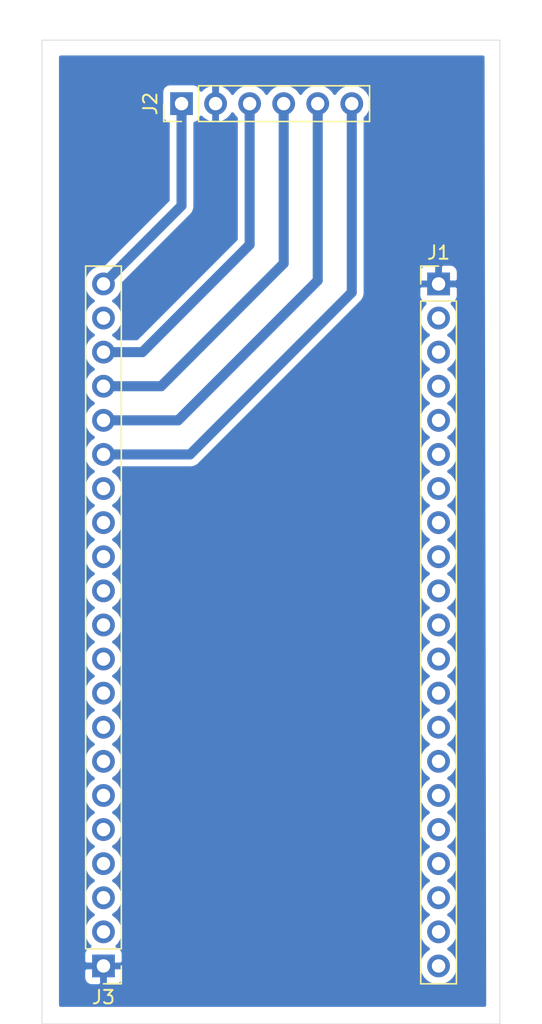
<source format=kicad_pcb>
(kicad_pcb (version 20171130) (host pcbnew 5.1.9-73d0e3b20d~88~ubuntu20.04.1)

  (general
    (thickness 1.6)
    (drawings 5)
    (tracks 15)
    (zones 0)
    (modules 3)
    (nets 7)
  )

  (page A4)
  (layers
    (0 F.Cu signal)
    (31 B.Cu signal)
    (32 B.Adhes user)
    (33 F.Adhes user)
    (34 B.Paste user)
    (35 F.Paste user)
    (36 B.SilkS user)
    (37 F.SilkS user)
    (38 B.Mask user)
    (39 F.Mask user)
    (40 Dwgs.User user)
    (41 Cmts.User user)
    (42 Eco1.User user)
    (43 Eco2.User user)
    (44 Edge.Cuts user)
    (45 Margin user)
    (46 B.CrtYd user)
    (47 F.CrtYd user)
    (48 B.Fab user)
    (49 F.Fab user)
  )

  (setup
    (last_trace_width 0.25)
    (user_trace_width 0.75)
    (trace_clearance 0.2)
    (zone_clearance 0.508)
    (zone_45_only no)
    (trace_min 0.2)
    (via_size 0.8)
    (via_drill 0.4)
    (via_min_size 0.4)
    (via_min_drill 0.3)
    (uvia_size 0.3)
    (uvia_drill 0.1)
    (uvias_allowed no)
    (uvia_min_size 0.2)
    (uvia_min_drill 0.1)
    (edge_width 0.05)
    (segment_width 0.2)
    (pcb_text_width 0.3)
    (pcb_text_size 1.5 1.5)
    (mod_edge_width 0.12)
    (mod_text_size 1 1)
    (mod_text_width 0.15)
    (pad_size 1.524 1.524)
    (pad_drill 0.762)
    (pad_to_mask_clearance 0)
    (aux_axis_origin 105.41 123.063)
    (visible_elements FFFFFF7F)
    (pcbplotparams
      (layerselection 0x01000_ffffffff)
      (usegerberextensions false)
      (usegerberattributes true)
      (usegerberadvancedattributes true)
      (creategerberjobfile true)
      (excludeedgelayer true)
      (linewidth 0.100000)
      (plotframeref false)
      (viasonmask false)
      (mode 1)
      (useauxorigin true)
      (hpglpennumber 1)
      (hpglpenspeed 20)
      (hpglpendiameter 15.000000)
      (psnegative false)
      (psa4output false)
      (plotreference false)
      (plotvalue false)
      (plotinvisibletext false)
      (padsonsilk false)
      (subtractmaskfromsilk false)
      (outputformat 1)
      (mirror false)
      (drillshape 0)
      (scaleselection 1)
      (outputdirectory "gerbers/"))
  )

  (net 0 "")
  (net 1 /3v3)
  (net 2 /SDO)
  (net 3 /CSB)
  (net 4 /SDA)
  (net 5 /SCL)
  (net 6 GND)

  (net_class Default "This is the default net class."
    (clearance 0.2)
    (trace_width 0.25)
    (via_dia 0.8)
    (via_drill 0.4)
    (uvia_dia 0.3)
    (uvia_drill 0.1)
    (add_net /3v3)
    (add_net /CSB)
    (add_net /SCL)
    (add_net /SDA)
    (add_net /SDO)
    (add_net GND)
  )

  (module Connector_PinHeader_2.54mm:PinHeader_1x21_P2.54mm_Vertical (layer F.Cu) (tedit 59FED5CC) (tstamp 604D1C7A)
    (at 135 67.945)
    (descr "Through hole straight pin header, 1x21, 2.54mm pitch, single row")
    (tags "Through hole pin header THT 1x21 2.54mm single row")
    (path /604CADD6)
    (fp_text reference J1 (at 0 -2.33) (layer F.SilkS)
      (effects (font (size 1 1) (thickness 0.15)))
    )
    (fp_text value Conn_01x21_Female (at 0 53.13) (layer F.Fab)
      (effects (font (size 1 1) (thickness 0.15)))
    )
    (fp_line (start -0.635 -1.27) (end 1.27 -1.27) (layer F.Fab) (width 0.1))
    (fp_line (start 1.27 -1.27) (end 1.27 52.07) (layer F.Fab) (width 0.1))
    (fp_line (start 1.27 52.07) (end -1.27 52.07) (layer F.Fab) (width 0.1))
    (fp_line (start -1.27 52.07) (end -1.27 -0.635) (layer F.Fab) (width 0.1))
    (fp_line (start -1.27 -0.635) (end -0.635 -1.27) (layer F.Fab) (width 0.1))
    (fp_line (start -1.33 52.13) (end 1.33 52.13) (layer F.SilkS) (width 0.12))
    (fp_line (start -1.33 1.27) (end -1.33 52.13) (layer F.SilkS) (width 0.12))
    (fp_line (start 1.33 1.27) (end 1.33 52.13) (layer F.SilkS) (width 0.12))
    (fp_line (start -1.33 1.27) (end 1.33 1.27) (layer F.SilkS) (width 0.12))
    (fp_line (start -1.33 0) (end -1.33 -1.33) (layer F.SilkS) (width 0.12))
    (fp_line (start -1.33 -1.33) (end 0 -1.33) (layer F.SilkS) (width 0.12))
    (fp_line (start -1.8 -1.8) (end -1.8 52.6) (layer F.CrtYd) (width 0.05))
    (fp_line (start -1.8 52.6) (end 1.8 52.6) (layer F.CrtYd) (width 0.05))
    (fp_line (start 1.8 52.6) (end 1.8 -1.8) (layer F.CrtYd) (width 0.05))
    (fp_line (start 1.8 -1.8) (end -1.8 -1.8) (layer F.CrtYd) (width 0.05))
    (fp_text user %R (at 0 25.4 90) (layer F.Fab)
      (effects (font (size 1 1) (thickness 0.15)))
    )
    (pad 1 thru_hole rect (at 0 0) (size 1.7 1.7) (drill 1) (layers *.Cu *.Mask)
      (net 6 GND))
    (pad 2 thru_hole oval (at 0 2.54) (size 1.7 1.7) (drill 1) (layers *.Cu *.Mask))
    (pad 3 thru_hole oval (at 0 5.08) (size 1.7 1.7) (drill 1) (layers *.Cu *.Mask))
    (pad 4 thru_hole oval (at 0 7.62) (size 1.7 1.7) (drill 1) (layers *.Cu *.Mask))
    (pad 5 thru_hole oval (at 0 10.16) (size 1.7 1.7) (drill 1) (layers *.Cu *.Mask))
    (pad 6 thru_hole oval (at 0 12.7) (size 1.7 1.7) (drill 1) (layers *.Cu *.Mask))
    (pad 7 thru_hole oval (at 0 15.24) (size 1.7 1.7) (drill 1) (layers *.Cu *.Mask))
    (pad 8 thru_hole oval (at 0 17.78) (size 1.7 1.7) (drill 1) (layers *.Cu *.Mask))
    (pad 9 thru_hole oval (at 0 20.32) (size 1.7 1.7) (drill 1) (layers *.Cu *.Mask))
    (pad 10 thru_hole oval (at 0 22.86) (size 1.7 1.7) (drill 1) (layers *.Cu *.Mask))
    (pad 11 thru_hole oval (at 0 25.4) (size 1.7 1.7) (drill 1) (layers *.Cu *.Mask))
    (pad 12 thru_hole oval (at 0 27.94) (size 1.7 1.7) (drill 1) (layers *.Cu *.Mask))
    (pad 13 thru_hole oval (at 0 30.48) (size 1.7 1.7) (drill 1) (layers *.Cu *.Mask))
    (pad 14 thru_hole oval (at 0 33.02) (size 1.7 1.7) (drill 1) (layers *.Cu *.Mask))
    (pad 15 thru_hole oval (at 0 35.56) (size 1.7 1.7) (drill 1) (layers *.Cu *.Mask))
    (pad 16 thru_hole oval (at 0 38.1) (size 1.7 1.7) (drill 1) (layers *.Cu *.Mask))
    (pad 17 thru_hole oval (at 0 40.64) (size 1.7 1.7) (drill 1) (layers *.Cu *.Mask))
    (pad 18 thru_hole oval (at 0 43.18) (size 1.7 1.7) (drill 1) (layers *.Cu *.Mask))
    (pad 19 thru_hole oval (at 0 45.72) (size 1.7 1.7) (drill 1) (layers *.Cu *.Mask))
    (pad 20 thru_hole oval (at 0 48.26) (size 1.7 1.7) (drill 1) (layers *.Cu *.Mask))
    (pad 21 thru_hole oval (at 0 50.8) (size 1.7 1.7) (drill 1) (layers *.Cu *.Mask))
    (model ${KISYS3DMOD}/Connector_PinHeader_2.54mm.3dshapes/PinHeader_1x21_P2.54mm_Vertical.wrl
      (at (xyz 0 0 0))
      (scale (xyz 1 1 1))
      (rotate (xyz 0 0 0))
    )
  )

  (module Connector_PinHeader_2.54mm:PinHeader_1x06_P2.54mm_Vertical (layer F.Cu) (tedit 59FED5CC) (tstamp 604D10C9)
    (at 115.824 54.516 90)
    (descr "Through hole straight pin header, 1x06, 2.54mm pitch, single row")
    (tags "Through hole pin header THT 1x06 2.54mm single row")
    (path /604D4A59)
    (fp_text reference J2 (at 0 -2.33 90) (layer F.SilkS)
      (effects (font (size 1 1) (thickness 0.15)))
    )
    (fp_text value Conn_01x06_Female (at 0 15.03 90) (layer F.Fab)
      (effects (font (size 1 1) (thickness 0.15)))
    )
    (fp_line (start -0.635 -1.27) (end 1.27 -1.27) (layer F.Fab) (width 0.1))
    (fp_line (start 1.27 -1.27) (end 1.27 13.97) (layer F.Fab) (width 0.1))
    (fp_line (start 1.27 13.97) (end -1.27 13.97) (layer F.Fab) (width 0.1))
    (fp_line (start -1.27 13.97) (end -1.27 -0.635) (layer F.Fab) (width 0.1))
    (fp_line (start -1.27 -0.635) (end -0.635 -1.27) (layer F.Fab) (width 0.1))
    (fp_line (start -1.33 14.03) (end 1.33 14.03) (layer F.SilkS) (width 0.12))
    (fp_line (start -1.33 1.27) (end -1.33 14.03) (layer F.SilkS) (width 0.12))
    (fp_line (start 1.33 1.27) (end 1.33 14.03) (layer F.SilkS) (width 0.12))
    (fp_line (start -1.33 1.27) (end 1.33 1.27) (layer F.SilkS) (width 0.12))
    (fp_line (start -1.33 0) (end -1.33 -1.33) (layer F.SilkS) (width 0.12))
    (fp_line (start -1.33 -1.33) (end 0 -1.33) (layer F.SilkS) (width 0.12))
    (fp_line (start -1.8 -1.8) (end -1.8 14.5) (layer F.CrtYd) (width 0.05))
    (fp_line (start -1.8 14.5) (end 1.8 14.5) (layer F.CrtYd) (width 0.05))
    (fp_line (start 1.8 14.5) (end 1.8 -1.8) (layer F.CrtYd) (width 0.05))
    (fp_line (start 1.8 -1.8) (end -1.8 -1.8) (layer F.CrtYd) (width 0.05))
    (fp_text user %R (at 0 6.35) (layer F.Fab)
      (effects (font (size 1 1) (thickness 0.15)))
    )
    (pad 1 thru_hole rect (at 0 0 90) (size 1.7 1.7) (drill 1) (layers *.Cu *.Mask)
      (net 1 /3v3))
    (pad 2 thru_hole oval (at 0 2.54 90) (size 1.7 1.7) (drill 1) (layers *.Cu *.Mask)
      (net 6 GND))
    (pad 3 thru_hole oval (at 0 5.08 90) (size 1.7 1.7) (drill 1) (layers *.Cu *.Mask)
      (net 2 /SDO))
    (pad 4 thru_hole oval (at 0 7.62 90) (size 1.7 1.7) (drill 1) (layers *.Cu *.Mask)
      (net 3 /CSB))
    (pad 5 thru_hole oval (at 0 10.16 90) (size 1.7 1.7) (drill 1) (layers *.Cu *.Mask)
      (net 4 /SDA))
    (pad 6 thru_hole oval (at 0 12.7 90) (size 1.7 1.7) (drill 1) (layers *.Cu *.Mask)
      (net 5 /SCL))
    (model ${KISYS3DMOD}/Connector_PinHeader_2.54mm.3dshapes/PinHeader_1x06_P2.54mm_Vertical.wrl
      (at (xyz 0 0 0))
      (scale (xyz 1 1 1))
      (rotate (xyz 0 0 0))
    )
  )

  (module Connector_PinHeader_2.54mm:PinHeader_1x21_P2.54mm_Vertical (layer F.Cu) (tedit 59FED5CC) (tstamp 604D1DF8)
    (at 110 118.745 180)
    (descr "Through hole straight pin header, 1x21, 2.54mm pitch, single row")
    (tags "Through hole pin header THT 1x21 2.54mm single row")
    (path /604CC464)
    (fp_text reference J3 (at 0 -2.33) (layer F.SilkS)
      (effects (font (size 1 1) (thickness 0.15)))
    )
    (fp_text value Conn_01x21_Female (at 0 53.13) (layer F.Fab)
      (effects (font (size 1 1) (thickness 0.15)))
    )
    (fp_line (start 1.8 -1.8) (end -1.8 -1.8) (layer F.CrtYd) (width 0.05))
    (fp_line (start 1.8 52.6) (end 1.8 -1.8) (layer F.CrtYd) (width 0.05))
    (fp_line (start -1.8 52.6) (end 1.8 52.6) (layer F.CrtYd) (width 0.05))
    (fp_line (start -1.8 -1.8) (end -1.8 52.6) (layer F.CrtYd) (width 0.05))
    (fp_line (start -1.33 -1.33) (end 0 -1.33) (layer F.SilkS) (width 0.12))
    (fp_line (start -1.33 0) (end -1.33 -1.33) (layer F.SilkS) (width 0.12))
    (fp_line (start -1.33 1.27) (end 1.33 1.27) (layer F.SilkS) (width 0.12))
    (fp_line (start 1.33 1.27) (end 1.33 52.13) (layer F.SilkS) (width 0.12))
    (fp_line (start -1.33 1.27) (end -1.33 52.13) (layer F.SilkS) (width 0.12))
    (fp_line (start -1.33 52.13) (end 1.33 52.13) (layer F.SilkS) (width 0.12))
    (fp_line (start -1.27 -0.635) (end -0.635 -1.27) (layer F.Fab) (width 0.1))
    (fp_line (start -1.27 52.07) (end -1.27 -0.635) (layer F.Fab) (width 0.1))
    (fp_line (start 1.27 52.07) (end -1.27 52.07) (layer F.Fab) (width 0.1))
    (fp_line (start 1.27 -1.27) (end 1.27 52.07) (layer F.Fab) (width 0.1))
    (fp_line (start -0.635 -1.27) (end 1.27 -1.27) (layer F.Fab) (width 0.1))
    (fp_text user %R (at 0 25.4 90) (layer F.Fab)
      (effects (font (size 1 1) (thickness 0.15)))
    )
    (pad 21 thru_hole oval (at 0 50.8 180) (size 1.7 1.7) (drill 1) (layers *.Cu *.Mask)
      (net 1 /3v3))
    (pad 20 thru_hole oval (at 0 48.26 180) (size 1.7 1.7) (drill 1) (layers *.Cu *.Mask))
    (pad 19 thru_hole oval (at 0 45.72 180) (size 1.7 1.7) (drill 1) (layers *.Cu *.Mask)
      (net 2 /SDO))
    (pad 18 thru_hole oval (at 0 43.18 180) (size 1.7 1.7) (drill 1) (layers *.Cu *.Mask)
      (net 3 /CSB))
    (pad 17 thru_hole oval (at 0 40.64 180) (size 1.7 1.7) (drill 1) (layers *.Cu *.Mask)
      (net 4 /SDA))
    (pad 16 thru_hole oval (at 0 38.1 180) (size 1.7 1.7) (drill 1) (layers *.Cu *.Mask)
      (net 5 /SCL))
    (pad 15 thru_hole oval (at 0 35.56 180) (size 1.7 1.7) (drill 1) (layers *.Cu *.Mask))
    (pad 14 thru_hole oval (at 0 33.02 180) (size 1.7 1.7) (drill 1) (layers *.Cu *.Mask))
    (pad 13 thru_hole oval (at 0 30.48 180) (size 1.7 1.7) (drill 1) (layers *.Cu *.Mask))
    (pad 12 thru_hole oval (at 0 27.94 180) (size 1.7 1.7) (drill 1) (layers *.Cu *.Mask))
    (pad 11 thru_hole oval (at 0 25.4 180) (size 1.7 1.7) (drill 1) (layers *.Cu *.Mask))
    (pad 10 thru_hole oval (at 0 22.86 180) (size 1.7 1.7) (drill 1) (layers *.Cu *.Mask))
    (pad 9 thru_hole oval (at 0 20.32 180) (size 1.7 1.7) (drill 1) (layers *.Cu *.Mask))
    (pad 8 thru_hole oval (at 0 17.78 180) (size 1.7 1.7) (drill 1) (layers *.Cu *.Mask))
    (pad 7 thru_hole oval (at 0 15.24 180) (size 1.7 1.7) (drill 1) (layers *.Cu *.Mask))
    (pad 6 thru_hole oval (at 0 12.7 180) (size 1.7 1.7) (drill 1) (layers *.Cu *.Mask))
    (pad 5 thru_hole oval (at 0 10.16 180) (size 1.7 1.7) (drill 1) (layers *.Cu *.Mask))
    (pad 4 thru_hole oval (at 0 7.62 180) (size 1.7 1.7) (drill 1) (layers *.Cu *.Mask))
    (pad 3 thru_hole oval (at 0 5.08 180) (size 1.7 1.7) (drill 1) (layers *.Cu *.Mask))
    (pad 2 thru_hole oval (at 0 2.54 180) (size 1.7 1.7) (drill 1) (layers *.Cu *.Mask))
    (pad 1 thru_hole rect (at 0 0 180) (size 1.7 1.7) (drill 1) (layers *.Cu *.Mask)
      (net 6 GND))
    (model ${KISYS3DMOD}/Connector_PinHeader_2.54mm.3dshapes/PinHeader_1x21_P2.54mm_Vertical.wrl
      (at (xyz 0 0 0))
      (scale (xyz 1 1 1))
      (rotate (xyz 0 0 0))
    )
  )

  (gr_line (start 105.41 123.063) (end 105.537 123.063) (layer Edge.Cuts) (width 0.05) (tstamp 604D1EDF))
  (gr_line (start 105.41 49.784) (end 105.41 123.063) (layer Edge.Cuts) (width 0.05))
  (gr_line (start 139.573 49.784) (end 105.41 49.784) (layer Edge.Cuts) (width 0.05))
  (gr_line (start 139.573 123.063) (end 139.573 49.784) (layer Edge.Cuts) (width 0.05))
  (gr_line (start 105.537 123.063) (end 139.573 123.063) (layer Edge.Cuts) (width 0.05))

  (segment (start 115.824 62.121) (end 110 67.945) (width 0.75) (layer B.Cu) (net 1))
  (segment (start 115.824 54.516) (end 115.824 62.121) (width 0.75) (layer B.Cu) (net 1))
  (segment (start 112.903 73.025) (end 110 73.025) (width 0.75) (layer B.Cu) (net 2))
  (segment (start 120.904 65.024) (end 112.903 73.025) (width 0.75) (layer B.Cu) (net 2))
  (segment (start 120.904 54.516) (end 120.904 65.024) (width 0.75) (layer B.Cu) (net 2))
  (segment (start 114.3 75.565) (end 110 75.565) (width 0.75) (layer B.Cu) (net 3))
  (segment (start 123.444 66.421) (end 114.3 75.565) (width 0.75) (layer B.Cu) (net 3))
  (segment (start 123.444 54.516) (end 123.444 66.421) (width 0.75) (layer B.Cu) (net 3))
  (segment (start 125.984 54.516) (end 125.984 54.737) (width 0.75) (layer B.Cu) (net 4))
  (segment (start 125.984 67.691) (end 115.57 78.105) (width 0.75) (layer B.Cu) (net 4))
  (segment (start 115.57 78.105) (end 110 78.105) (width 0.75) (layer B.Cu) (net 4))
  (segment (start 125.984 54.516) (end 125.984 67.691) (width 0.75) (layer B.Cu) (net 4))
  (segment (start 116.459 80.645) (end 110 80.645) (width 0.75) (layer B.Cu) (net 5))
  (segment (start 128.524 68.58) (end 116.459 80.645) (width 0.75) (layer B.Cu) (net 5))
  (segment (start 128.524 54.516) (end 128.524 68.58) (width 0.75) (layer B.Cu) (net 5))

  (zone (net 6) (net_name GND) (layer B.Cu) (tstamp 604D22DE) (hatch edge 0.508)
    (connect_pads (clearance 0.508))
    (min_thickness 0.254)
    (fill yes (arc_segments 32) (thermal_gap 0.508) (thermal_bridge_width 0.508))
    (polygon
      (pts
        (xy 138.557 121.793) (xy 106.68 121.793) (xy 106.68 50.927) (xy 138.43 50.927)
      )
    )
    (filled_polygon
      (pts
        (xy 138.429772 121.666) (xy 106.807 121.666) (xy 106.807 119.595) (xy 108.511928 119.595) (xy 108.524188 119.719482)
        (xy 108.560498 119.83918) (xy 108.619463 119.949494) (xy 108.698815 120.046185) (xy 108.795506 120.125537) (xy 108.90582 120.184502)
        (xy 109.025518 120.220812) (xy 109.15 120.233072) (xy 109.71425 120.23) (xy 109.873 120.07125) (xy 109.873 118.872)
        (xy 110.127 118.872) (xy 110.127 120.07125) (xy 110.28575 120.23) (xy 110.85 120.233072) (xy 110.974482 120.220812)
        (xy 111.09418 120.184502) (xy 111.204494 120.125537) (xy 111.301185 120.046185) (xy 111.380537 119.949494) (xy 111.439502 119.83918)
        (xy 111.475812 119.719482) (xy 111.488072 119.595) (xy 111.485 119.03075) (xy 111.32625 118.872) (xy 110.127 118.872)
        (xy 109.873 118.872) (xy 108.67375 118.872) (xy 108.515 119.03075) (xy 108.511928 119.595) (xy 106.807 119.595)
        (xy 106.807 117.895) (xy 108.511928 117.895) (xy 108.515 118.45925) (xy 108.67375 118.618) (xy 109.873 118.618)
        (xy 109.873 118.598) (xy 110.127 118.598) (xy 110.127 118.618) (xy 111.32625 118.618) (xy 111.485 118.45925)
        (xy 111.488072 117.895) (xy 111.475812 117.770518) (xy 111.439502 117.65082) (xy 111.380537 117.540506) (xy 111.301185 117.443815)
        (xy 111.204494 117.364463) (xy 111.09418 117.305498) (xy 111.02162 117.283487) (xy 111.153475 117.151632) (xy 111.31599 116.908411)
        (xy 111.427932 116.638158) (xy 111.485 116.35126) (xy 111.485 116.05874) (xy 111.427932 115.771842) (xy 111.31599 115.501589)
        (xy 111.153475 115.258368) (xy 110.946632 115.051525) (xy 110.77224 114.935) (xy 110.946632 114.818475) (xy 111.153475 114.611632)
        (xy 111.31599 114.368411) (xy 111.427932 114.098158) (xy 111.485 113.81126) (xy 111.485 113.51874) (xy 111.427932 113.231842)
        (xy 111.31599 112.961589) (xy 111.153475 112.718368) (xy 110.946632 112.511525) (xy 110.77224 112.395) (xy 110.946632 112.278475)
        (xy 111.153475 112.071632) (xy 111.31599 111.828411) (xy 111.427932 111.558158) (xy 111.485 111.27126) (xy 111.485 110.97874)
        (xy 111.427932 110.691842) (xy 111.31599 110.421589) (xy 111.153475 110.178368) (xy 110.946632 109.971525) (xy 110.77224 109.855)
        (xy 110.946632 109.738475) (xy 111.153475 109.531632) (xy 111.31599 109.288411) (xy 111.427932 109.018158) (xy 111.485 108.73126)
        (xy 111.485 108.43874) (xy 111.427932 108.151842) (xy 111.31599 107.881589) (xy 111.153475 107.638368) (xy 110.946632 107.431525)
        (xy 110.77224 107.315) (xy 110.946632 107.198475) (xy 111.153475 106.991632) (xy 111.31599 106.748411) (xy 111.427932 106.478158)
        (xy 111.485 106.19126) (xy 111.485 105.89874) (xy 111.427932 105.611842) (xy 111.31599 105.341589) (xy 111.153475 105.098368)
        (xy 110.946632 104.891525) (xy 110.77224 104.775) (xy 110.946632 104.658475) (xy 111.153475 104.451632) (xy 111.31599 104.208411)
        (xy 111.427932 103.938158) (xy 111.485 103.65126) (xy 111.485 103.35874) (xy 111.427932 103.071842) (xy 111.31599 102.801589)
        (xy 111.153475 102.558368) (xy 110.946632 102.351525) (xy 110.77224 102.235) (xy 110.946632 102.118475) (xy 111.153475 101.911632)
        (xy 111.31599 101.668411) (xy 111.427932 101.398158) (xy 111.485 101.11126) (xy 111.485 100.81874) (xy 111.427932 100.531842)
        (xy 111.31599 100.261589) (xy 111.153475 100.018368) (xy 110.946632 99.811525) (xy 110.77224 99.695) (xy 110.946632 99.578475)
        (xy 111.153475 99.371632) (xy 111.31599 99.128411) (xy 111.427932 98.858158) (xy 111.485 98.57126) (xy 111.485 98.27874)
        (xy 111.427932 97.991842) (xy 111.31599 97.721589) (xy 111.153475 97.478368) (xy 110.946632 97.271525) (xy 110.77224 97.155)
        (xy 110.946632 97.038475) (xy 111.153475 96.831632) (xy 111.31599 96.588411) (xy 111.427932 96.318158) (xy 111.485 96.03126)
        (xy 111.485 95.73874) (xy 111.427932 95.451842) (xy 111.31599 95.181589) (xy 111.153475 94.938368) (xy 110.946632 94.731525)
        (xy 110.77224 94.615) (xy 110.946632 94.498475) (xy 111.153475 94.291632) (xy 111.31599 94.048411) (xy 111.427932 93.778158)
        (xy 111.485 93.49126) (xy 111.485 93.19874) (xy 111.427932 92.911842) (xy 111.31599 92.641589) (xy 111.153475 92.398368)
        (xy 110.946632 92.191525) (xy 110.77224 92.075) (xy 110.946632 91.958475) (xy 111.153475 91.751632) (xy 111.31599 91.508411)
        (xy 111.427932 91.238158) (xy 111.485 90.95126) (xy 111.485 90.65874) (xy 111.427932 90.371842) (xy 111.31599 90.101589)
        (xy 111.153475 89.858368) (xy 110.946632 89.651525) (xy 110.77224 89.535) (xy 110.946632 89.418475) (xy 111.153475 89.211632)
        (xy 111.31599 88.968411) (xy 111.427932 88.698158) (xy 111.485 88.41126) (xy 111.485 88.11874) (xy 111.427932 87.831842)
        (xy 111.31599 87.561589) (xy 111.153475 87.318368) (xy 110.946632 87.111525) (xy 110.77224 86.995) (xy 110.946632 86.878475)
        (xy 111.153475 86.671632) (xy 111.31599 86.428411) (xy 111.427932 86.158158) (xy 111.485 85.87126) (xy 111.485 85.57874)
        (xy 111.427932 85.291842) (xy 111.31599 85.021589) (xy 111.153475 84.778368) (xy 110.946632 84.571525) (xy 110.77224 84.455)
        (xy 110.946632 84.338475) (xy 111.153475 84.131632) (xy 111.31599 83.888411) (xy 111.427932 83.618158) (xy 111.485 83.33126)
        (xy 111.485 83.03874) (xy 111.427932 82.751842) (xy 111.31599 82.481589) (xy 111.153475 82.238368) (xy 110.946632 82.031525)
        (xy 110.77224 81.915) (xy 110.946632 81.798475) (xy 111.090107 81.655) (xy 116.409392 81.655) (xy 116.459 81.659886)
        (xy 116.656994 81.640385) (xy 116.84738 81.582632) (xy 117.02284 81.488847) (xy 117.176633 81.362633) (xy 117.208261 81.324094)
        (xy 129.2031 69.329256) (xy 129.241633 69.297633) (xy 129.367847 69.14384) (xy 129.461632 68.96838) (xy 129.484913 68.891632)
        (xy 129.514226 68.795) (xy 133.511928 68.795) (xy 133.524188 68.919482) (xy 133.560498 69.03918) (xy 133.619463 69.149494)
        (xy 133.698815 69.246185) (xy 133.795506 69.325537) (xy 133.90582 69.384502) (xy 133.97838 69.406513) (xy 133.846525 69.538368)
        (xy 133.68401 69.781589) (xy 133.572068 70.051842) (xy 133.515 70.33874) (xy 133.515 70.63126) (xy 133.572068 70.918158)
        (xy 133.68401 71.188411) (xy 133.846525 71.431632) (xy 134.053368 71.638475) (xy 134.22776 71.755) (xy 134.053368 71.871525)
        (xy 133.846525 72.078368) (xy 133.68401 72.321589) (xy 133.572068 72.591842) (xy 133.515 72.87874) (xy 133.515 73.17126)
        (xy 133.572068 73.458158) (xy 133.68401 73.728411) (xy 133.846525 73.971632) (xy 134.053368 74.178475) (xy 134.22776 74.295)
        (xy 134.053368 74.411525) (xy 133.846525 74.618368) (xy 133.68401 74.861589) (xy 133.572068 75.131842) (xy 133.515 75.41874)
        (xy 133.515 75.71126) (xy 133.572068 75.998158) (xy 133.68401 76.268411) (xy 133.846525 76.511632) (xy 134.053368 76.718475)
        (xy 134.22776 76.835) (xy 134.053368 76.951525) (xy 133.846525 77.158368) (xy 133.68401 77.401589) (xy 133.572068 77.671842)
        (xy 133.515 77.95874) (xy 133.515 78.25126) (xy 133.572068 78.538158) (xy 133.68401 78.808411) (xy 133.846525 79.051632)
        (xy 134.053368 79.258475) (xy 134.22776 79.375) (xy 134.053368 79.491525) (xy 133.846525 79.698368) (xy 133.68401 79.941589)
        (xy 133.572068 80.211842) (xy 133.515 80.49874) (xy 133.515 80.79126) (xy 133.572068 81.078158) (xy 133.68401 81.348411)
        (xy 133.846525 81.591632) (xy 134.053368 81.798475) (xy 134.22776 81.915) (xy 134.053368 82.031525) (xy 133.846525 82.238368)
        (xy 133.68401 82.481589) (xy 133.572068 82.751842) (xy 133.515 83.03874) (xy 133.515 83.33126) (xy 133.572068 83.618158)
        (xy 133.68401 83.888411) (xy 133.846525 84.131632) (xy 134.053368 84.338475) (xy 134.22776 84.455) (xy 134.053368 84.571525)
        (xy 133.846525 84.778368) (xy 133.68401 85.021589) (xy 133.572068 85.291842) (xy 133.515 85.57874) (xy 133.515 85.87126)
        (xy 133.572068 86.158158) (xy 133.68401 86.428411) (xy 133.846525 86.671632) (xy 134.053368 86.878475) (xy 134.22776 86.995)
        (xy 134.053368 87.111525) (xy 133.846525 87.318368) (xy 133.68401 87.561589) (xy 133.572068 87.831842) (xy 133.515 88.11874)
        (xy 133.515 88.41126) (xy 133.572068 88.698158) (xy 133.68401 88.968411) (xy 133.846525 89.211632) (xy 134.053368 89.418475)
        (xy 134.22776 89.535) (xy 134.053368 89.651525) (xy 133.846525 89.858368) (xy 133.68401 90.101589) (xy 133.572068 90.371842)
        (xy 133.515 90.65874) (xy 133.515 90.95126) (xy 133.572068 91.238158) (xy 133.68401 91.508411) (xy 133.846525 91.751632)
        (xy 134.053368 91.958475) (xy 134.22776 92.075) (xy 134.053368 92.191525) (xy 133.846525 92.398368) (xy 133.68401 92.641589)
        (xy 133.572068 92.911842) (xy 133.515 93.19874) (xy 133.515 93.49126) (xy 133.572068 93.778158) (xy 133.68401 94.048411)
        (xy 133.846525 94.291632) (xy 134.053368 94.498475) (xy 134.22776 94.615) (xy 134.053368 94.731525) (xy 133.846525 94.938368)
        (xy 133.68401 95.181589) (xy 133.572068 95.451842) (xy 133.515 95.73874) (xy 133.515 96.03126) (xy 133.572068 96.318158)
        (xy 133.68401 96.588411) (xy 133.846525 96.831632) (xy 134.053368 97.038475) (xy 134.22776 97.155) (xy 134.053368 97.271525)
        (xy 133.846525 97.478368) (xy 133.68401 97.721589) (xy 133.572068 97.991842) (xy 133.515 98.27874) (xy 133.515 98.57126)
        (xy 133.572068 98.858158) (xy 133.68401 99.128411) (xy 133.846525 99.371632) (xy 134.053368 99.578475) (xy 134.22776 99.695)
        (xy 134.053368 99.811525) (xy 133.846525 100.018368) (xy 133.68401 100.261589) (xy 133.572068 100.531842) (xy 133.515 100.81874)
        (xy 133.515 101.11126) (xy 133.572068 101.398158) (xy 133.68401 101.668411) (xy 133.846525 101.911632) (xy 134.053368 102.118475)
        (xy 134.22776 102.235) (xy 134.053368 102.351525) (xy 133.846525 102.558368) (xy 133.68401 102.801589) (xy 133.572068 103.071842)
        (xy 133.515 103.35874) (xy 133.515 103.65126) (xy 133.572068 103.938158) (xy 133.68401 104.208411) (xy 133.846525 104.451632)
        (xy 134.053368 104.658475) (xy 134.22776 104.775) (xy 134.053368 104.891525) (xy 133.846525 105.098368) (xy 133.68401 105.341589)
        (xy 133.572068 105.611842) (xy 133.515 105.89874) (xy 133.515 106.19126) (xy 133.572068 106.478158) (xy 133.68401 106.748411)
        (xy 133.846525 106.991632) (xy 134.053368 107.198475) (xy 134.22776 107.315) (xy 134.053368 107.431525) (xy 133.846525 107.638368)
        (xy 133.68401 107.881589) (xy 133.572068 108.151842) (xy 133.515 108.43874) (xy 133.515 108.73126) (xy 133.572068 109.018158)
        (xy 133.68401 109.288411) (xy 133.846525 109.531632) (xy 134.053368 109.738475) (xy 134.22776 109.855) (xy 134.053368 109.971525)
        (xy 133.846525 110.178368) (xy 133.68401 110.421589) (xy 133.572068 110.691842) (xy 133.515 110.97874) (xy 133.515 111.27126)
        (xy 133.572068 111.558158) (xy 133.68401 111.828411) (xy 133.846525 112.071632) (xy 134.053368 112.278475) (xy 134.22776 112.395)
        (xy 134.053368 112.511525) (xy 133.846525 112.718368) (xy 133.68401 112.961589) (xy 133.572068 113.231842) (xy 133.515 113.51874)
        (xy 133.515 113.81126) (xy 133.572068 114.098158) (xy 133.68401 114.368411) (xy 133.846525 114.611632) (xy 134.053368 114.818475)
        (xy 134.22776 114.935) (xy 134.053368 115.051525) (xy 133.846525 115.258368) (xy 133.68401 115.501589) (xy 133.572068 115.771842)
        (xy 133.515 116.05874) (xy 133.515 116.35126) (xy 133.572068 116.638158) (xy 133.68401 116.908411) (xy 133.846525 117.151632)
        (xy 134.053368 117.358475) (xy 134.22776 117.475) (xy 134.053368 117.591525) (xy 133.846525 117.798368) (xy 133.68401 118.041589)
        (xy 133.572068 118.311842) (xy 133.515 118.59874) (xy 133.515 118.89126) (xy 133.572068 119.178158) (xy 133.68401 119.448411)
        (xy 133.846525 119.691632) (xy 134.053368 119.898475) (xy 134.296589 120.06099) (xy 134.566842 120.172932) (xy 134.85374 120.23)
        (xy 135.14626 120.23) (xy 135.433158 120.172932) (xy 135.703411 120.06099) (xy 135.946632 119.898475) (xy 136.153475 119.691632)
        (xy 136.31599 119.448411) (xy 136.427932 119.178158) (xy 136.485 118.89126) (xy 136.485 118.59874) (xy 136.427932 118.311842)
        (xy 136.31599 118.041589) (xy 136.153475 117.798368) (xy 135.946632 117.591525) (xy 135.77224 117.475) (xy 135.946632 117.358475)
        (xy 136.153475 117.151632) (xy 136.31599 116.908411) (xy 136.427932 116.638158) (xy 136.485 116.35126) (xy 136.485 116.05874)
        (xy 136.427932 115.771842) (xy 136.31599 115.501589) (xy 136.153475 115.258368) (xy 135.946632 115.051525) (xy 135.77224 114.935)
        (xy 135.946632 114.818475) (xy 136.153475 114.611632) (xy 136.31599 114.368411) (xy 136.427932 114.098158) (xy 136.485 113.81126)
        (xy 136.485 113.51874) (xy 136.427932 113.231842) (xy 136.31599 112.961589) (xy 136.153475 112.718368) (xy 135.946632 112.511525)
        (xy 135.77224 112.395) (xy 135.946632 112.278475) (xy 136.153475 112.071632) (xy 136.31599 111.828411) (xy 136.427932 111.558158)
        (xy 136.485 111.27126) (xy 136.485 110.97874) (xy 136.427932 110.691842) (xy 136.31599 110.421589) (xy 136.153475 110.178368)
        (xy 135.946632 109.971525) (xy 135.77224 109.855) (xy 135.946632 109.738475) (xy 136.153475 109.531632) (xy 136.31599 109.288411)
        (xy 136.427932 109.018158) (xy 136.485 108.73126) (xy 136.485 108.43874) (xy 136.427932 108.151842) (xy 136.31599 107.881589)
        (xy 136.153475 107.638368) (xy 135.946632 107.431525) (xy 135.77224 107.315) (xy 135.946632 107.198475) (xy 136.153475 106.991632)
        (xy 136.31599 106.748411) (xy 136.427932 106.478158) (xy 136.485 106.19126) (xy 136.485 105.89874) (xy 136.427932 105.611842)
        (xy 136.31599 105.341589) (xy 136.153475 105.098368) (xy 135.946632 104.891525) (xy 135.77224 104.775) (xy 135.946632 104.658475)
        (xy 136.153475 104.451632) (xy 136.31599 104.208411) (xy 136.427932 103.938158) (xy 136.485 103.65126) (xy 136.485 103.35874)
        (xy 136.427932 103.071842) (xy 136.31599 102.801589) (xy 136.153475 102.558368) (xy 135.946632 102.351525) (xy 135.77224 102.235)
        (xy 135.946632 102.118475) (xy 136.153475 101.911632) (xy 136.31599 101.668411) (xy 136.427932 101.398158) (xy 136.485 101.11126)
        (xy 136.485 100.81874) (xy 136.427932 100.531842) (xy 136.31599 100.261589) (xy 136.153475 100.018368) (xy 135.946632 99.811525)
        (xy 135.77224 99.695) (xy 135.946632 99.578475) (xy 136.153475 99.371632) (xy 136.31599 99.128411) (xy 136.427932 98.858158)
        (xy 136.485 98.57126) (xy 136.485 98.27874) (xy 136.427932 97.991842) (xy 136.31599 97.721589) (xy 136.153475 97.478368)
        (xy 135.946632 97.271525) (xy 135.77224 97.155) (xy 135.946632 97.038475) (xy 136.153475 96.831632) (xy 136.31599 96.588411)
        (xy 136.427932 96.318158) (xy 136.485 96.03126) (xy 136.485 95.73874) (xy 136.427932 95.451842) (xy 136.31599 95.181589)
        (xy 136.153475 94.938368) (xy 135.946632 94.731525) (xy 135.77224 94.615) (xy 135.946632 94.498475) (xy 136.153475 94.291632)
        (xy 136.31599 94.048411) (xy 136.427932 93.778158) (xy 136.485 93.49126) (xy 136.485 93.19874) (xy 136.427932 92.911842)
        (xy 136.31599 92.641589) (xy 136.153475 92.398368) (xy 135.946632 92.191525) (xy 135.77224 92.075) (xy 135.946632 91.958475)
        (xy 136.153475 91.751632) (xy 136.31599 91.508411) (xy 136.427932 91.238158) (xy 136.485 90.95126) (xy 136.485 90.65874)
        (xy 136.427932 90.371842) (xy 136.31599 90.101589) (xy 136.153475 89.858368) (xy 135.946632 89.651525) (xy 135.77224 89.535)
        (xy 135.946632 89.418475) (xy 136.153475 89.211632) (xy 136.31599 88.968411) (xy 136.427932 88.698158) (xy 136.485 88.41126)
        (xy 136.485 88.11874) (xy 136.427932 87.831842) (xy 136.31599 87.561589) (xy 136.153475 87.318368) (xy 135.946632 87.111525)
        (xy 135.77224 86.995) (xy 135.946632 86.878475) (xy 136.153475 86.671632) (xy 136.31599 86.428411) (xy 136.427932 86.158158)
        (xy 136.485 85.87126) (xy 136.485 85.57874) (xy 136.427932 85.291842) (xy 136.31599 85.021589) (xy 136.153475 84.778368)
        (xy 135.946632 84.571525) (xy 135.77224 84.455) (xy 135.946632 84.338475) (xy 136.153475 84.131632) (xy 136.31599 83.888411)
        (xy 136.427932 83.618158) (xy 136.485 83.33126) (xy 136.485 83.03874) (xy 136.427932 82.751842) (xy 136.31599 82.481589)
        (xy 136.153475 82.238368) (xy 135.946632 82.031525) (xy 135.77224 81.915) (xy 135.946632 81.798475) (xy 136.153475 81.591632)
        (xy 136.31599 81.348411) (xy 136.427932 81.078158) (xy 136.485 80.79126) (xy 136.485 80.49874) (xy 136.427932 80.211842)
        (xy 136.31599 79.941589) (xy 136.153475 79.698368) (xy 135.946632 79.491525) (xy 135.77224 79.375) (xy 135.946632 79.258475)
        (xy 136.153475 79.051632) (xy 136.31599 78.808411) (xy 136.427932 78.538158) (xy 136.485 78.25126) (xy 136.485 77.95874)
        (xy 136.427932 77.671842) (xy 136.31599 77.401589) (xy 136.153475 77.158368) (xy 135.946632 76.951525) (xy 135.77224 76.835)
        (xy 135.946632 76.718475) (xy 136.153475 76.511632) (xy 136.31599 76.268411) (xy 136.427932 75.998158) (xy 136.485 75.71126)
        (xy 136.485 75.41874) (xy 136.427932 75.131842) (xy 136.31599 74.861589) (xy 136.153475 74.618368) (xy 135.946632 74.411525)
        (xy 135.77224 74.295) (xy 135.946632 74.178475) (xy 136.153475 73.971632) (xy 136.31599 73.728411) (xy 136.427932 73.458158)
        (xy 136.485 73.17126) (xy 136.485 72.87874) (xy 136.427932 72.591842) (xy 136.31599 72.321589) (xy 136.153475 72.078368)
        (xy 135.946632 71.871525) (xy 135.77224 71.755) (xy 135.946632 71.638475) (xy 136.153475 71.431632) (xy 136.31599 71.188411)
        (xy 136.427932 70.918158) (xy 136.485 70.63126) (xy 136.485 70.33874) (xy 136.427932 70.051842) (xy 136.31599 69.781589)
        (xy 136.153475 69.538368) (xy 136.02162 69.406513) (xy 136.09418 69.384502) (xy 136.204494 69.325537) (xy 136.301185 69.246185)
        (xy 136.380537 69.149494) (xy 136.439502 69.03918) (xy 136.475812 68.919482) (xy 136.488072 68.795) (xy 136.485 68.23075)
        (xy 136.32625 68.072) (xy 135.127 68.072) (xy 135.127 68.092) (xy 134.873 68.092) (xy 134.873 68.072)
        (xy 133.67375 68.072) (xy 133.515 68.23075) (xy 133.511928 68.795) (xy 129.514226 68.795) (xy 129.519385 68.777995)
        (xy 129.538886 68.58) (xy 129.534 68.530392) (xy 129.534 67.095) (xy 133.511928 67.095) (xy 133.515 67.65925)
        (xy 133.67375 67.818) (xy 134.873 67.818) (xy 134.873 66.61875) (xy 135.127 66.61875) (xy 135.127 67.818)
        (xy 136.32625 67.818) (xy 136.485 67.65925) (xy 136.488072 67.095) (xy 136.475812 66.970518) (xy 136.439502 66.85082)
        (xy 136.380537 66.740506) (xy 136.301185 66.643815) (xy 136.204494 66.564463) (xy 136.09418 66.505498) (xy 135.974482 66.469188)
        (xy 135.85 66.456928) (xy 135.28575 66.46) (xy 135.127 66.61875) (xy 134.873 66.61875) (xy 134.71425 66.46)
        (xy 134.15 66.456928) (xy 134.025518 66.469188) (xy 133.90582 66.505498) (xy 133.795506 66.564463) (xy 133.698815 66.643815)
        (xy 133.619463 66.740506) (xy 133.560498 66.85082) (xy 133.524188 66.970518) (xy 133.511928 67.095) (xy 129.534 67.095)
        (xy 129.534 55.606107) (xy 129.677475 55.462632) (xy 129.83999 55.219411) (xy 129.951932 54.949158) (xy 130.009 54.66226)
        (xy 130.009 54.36974) (xy 129.951932 54.082842) (xy 129.83999 53.812589) (xy 129.677475 53.569368) (xy 129.470632 53.362525)
        (xy 129.227411 53.20001) (xy 128.957158 53.088068) (xy 128.67026 53.031) (xy 128.37774 53.031) (xy 128.090842 53.088068)
        (xy 127.820589 53.20001) (xy 127.577368 53.362525) (xy 127.370525 53.569368) (xy 127.254 53.74376) (xy 127.137475 53.569368)
        (xy 126.930632 53.362525) (xy 126.687411 53.20001) (xy 126.417158 53.088068) (xy 126.13026 53.031) (xy 125.83774 53.031)
        (xy 125.550842 53.088068) (xy 125.280589 53.20001) (xy 125.037368 53.362525) (xy 124.830525 53.569368) (xy 124.714 53.74376)
        (xy 124.597475 53.569368) (xy 124.390632 53.362525) (xy 124.147411 53.20001) (xy 123.877158 53.088068) (xy 123.59026 53.031)
        (xy 123.29774 53.031) (xy 123.010842 53.088068) (xy 122.740589 53.20001) (xy 122.497368 53.362525) (xy 122.290525 53.569368)
        (xy 122.174 53.74376) (xy 122.057475 53.569368) (xy 121.850632 53.362525) (xy 121.607411 53.20001) (xy 121.337158 53.088068)
        (xy 121.05026 53.031) (xy 120.75774 53.031) (xy 120.470842 53.088068) (xy 120.200589 53.20001) (xy 119.957368 53.362525)
        (xy 119.750525 53.569368) (xy 119.628805 53.751534) (xy 119.559178 53.634645) (xy 119.364269 53.418412) (xy 119.13092 53.244359)
        (xy 118.868099 53.119175) (xy 118.72089 53.074524) (xy 118.491 53.195845) (xy 118.491 54.389) (xy 118.511 54.389)
        (xy 118.511 54.643) (xy 118.491 54.643) (xy 118.491 55.836155) (xy 118.72089 55.957476) (xy 118.868099 55.912825)
        (xy 119.13092 55.787641) (xy 119.364269 55.613588) (xy 119.559178 55.397355) (xy 119.628805 55.280466) (xy 119.750525 55.462632)
        (xy 119.894 55.606107) (xy 119.894001 64.605643) (xy 112.484645 72.015) (xy 111.090107 72.015) (xy 110.946632 71.871525)
        (xy 110.77224 71.755) (xy 110.946632 71.638475) (xy 111.153475 71.431632) (xy 111.31599 71.188411) (xy 111.427932 70.918158)
        (xy 111.485 70.63126) (xy 111.485 70.33874) (xy 111.427932 70.051842) (xy 111.31599 69.781589) (xy 111.153475 69.538368)
        (xy 110.946632 69.331525) (xy 110.77224 69.215) (xy 110.946632 69.098475) (xy 111.153475 68.891632) (xy 111.31599 68.648411)
        (xy 111.427932 68.378158) (xy 111.485 68.09126) (xy 111.485 67.888355) (xy 116.5031 62.870256) (xy 116.541633 62.838633)
        (xy 116.667847 62.68484) (xy 116.761632 62.50938) (xy 116.819385 62.318994) (xy 116.834 62.170608) (xy 116.838886 62.121)
        (xy 116.834 62.071392) (xy 116.834 55.981038) (xy 116.91818 55.955502) (xy 117.028494 55.896537) (xy 117.125185 55.817185)
        (xy 117.204537 55.720494) (xy 117.263502 55.61018) (xy 117.287966 55.529534) (xy 117.363731 55.613588) (xy 117.59708 55.787641)
        (xy 117.859901 55.912825) (xy 118.00711 55.957476) (xy 118.237 55.836155) (xy 118.237 54.643) (xy 118.217 54.643)
        (xy 118.217 54.389) (xy 118.237 54.389) (xy 118.237 53.195845) (xy 118.00711 53.074524) (xy 117.859901 53.119175)
        (xy 117.59708 53.244359) (xy 117.363731 53.418412) (xy 117.287966 53.502466) (xy 117.263502 53.42182) (xy 117.204537 53.311506)
        (xy 117.125185 53.214815) (xy 117.028494 53.135463) (xy 116.91818 53.076498) (xy 116.798482 53.040188) (xy 116.674 53.027928)
        (xy 114.974 53.027928) (xy 114.849518 53.040188) (xy 114.72982 53.076498) (xy 114.619506 53.135463) (xy 114.522815 53.214815)
        (xy 114.443463 53.311506) (xy 114.384498 53.42182) (xy 114.348188 53.541518) (xy 114.335928 53.666) (xy 114.335928 55.366)
        (xy 114.348188 55.490482) (xy 114.384498 55.61018) (xy 114.443463 55.720494) (xy 114.522815 55.817185) (xy 114.619506 55.896537)
        (xy 114.72982 55.955502) (xy 114.814 55.981038) (xy 114.814001 61.702643) (xy 110.056645 66.46) (xy 109.85374 66.46)
        (xy 109.566842 66.517068) (xy 109.296589 66.62901) (xy 109.053368 66.791525) (xy 108.846525 66.998368) (xy 108.68401 67.241589)
        (xy 108.572068 67.511842) (xy 108.515 67.79874) (xy 108.515 68.09126) (xy 108.572068 68.378158) (xy 108.68401 68.648411)
        (xy 108.846525 68.891632) (xy 109.053368 69.098475) (xy 109.22776 69.215) (xy 109.053368 69.331525) (xy 108.846525 69.538368)
        (xy 108.68401 69.781589) (xy 108.572068 70.051842) (xy 108.515 70.33874) (xy 108.515 70.63126) (xy 108.572068 70.918158)
        (xy 108.68401 71.188411) (xy 108.846525 71.431632) (xy 109.053368 71.638475) (xy 109.22776 71.755) (xy 109.053368 71.871525)
        (xy 108.846525 72.078368) (xy 108.68401 72.321589) (xy 108.572068 72.591842) (xy 108.515 72.87874) (xy 108.515 73.17126)
        (xy 108.572068 73.458158) (xy 108.68401 73.728411) (xy 108.846525 73.971632) (xy 109.053368 74.178475) (xy 109.22776 74.295)
        (xy 109.053368 74.411525) (xy 108.846525 74.618368) (xy 108.68401 74.861589) (xy 108.572068 75.131842) (xy 108.515 75.41874)
        (xy 108.515 75.71126) (xy 108.572068 75.998158) (xy 108.68401 76.268411) (xy 108.846525 76.511632) (xy 109.053368 76.718475)
        (xy 109.22776 76.835) (xy 109.053368 76.951525) (xy 108.846525 77.158368) (xy 108.68401 77.401589) (xy 108.572068 77.671842)
        (xy 108.515 77.95874) (xy 108.515 78.25126) (xy 108.572068 78.538158) (xy 108.68401 78.808411) (xy 108.846525 79.051632)
        (xy 109.053368 79.258475) (xy 109.22776 79.375) (xy 109.053368 79.491525) (xy 108.846525 79.698368) (xy 108.68401 79.941589)
        (xy 108.572068 80.211842) (xy 108.515 80.49874) (xy 108.515 80.79126) (xy 108.572068 81.078158) (xy 108.68401 81.348411)
        (xy 108.846525 81.591632) (xy 109.053368 81.798475) (xy 109.22776 81.915) (xy 109.053368 82.031525) (xy 108.846525 82.238368)
        (xy 108.68401 82.481589) (xy 108.572068 82.751842) (xy 108.515 83.03874) (xy 108.515 83.33126) (xy 108.572068 83.618158)
        (xy 108.68401 83.888411) (xy 108.846525 84.131632) (xy 109.053368 84.338475) (xy 109.22776 84.455) (xy 109.053368 84.571525)
        (xy 108.846525 84.778368) (xy 108.68401 85.021589) (xy 108.572068 85.291842) (xy 108.515 85.57874) (xy 108.515 85.87126)
        (xy 108.572068 86.158158) (xy 108.68401 86.428411) (xy 108.846525 86.671632) (xy 109.053368 86.878475) (xy 109.22776 86.995)
        (xy 109.053368 87.111525) (xy 108.846525 87.318368) (xy 108.68401 87.561589) (xy 108.572068 87.831842) (xy 108.515 88.11874)
        (xy 108.515 88.41126) (xy 108.572068 88.698158) (xy 108.68401 88.968411) (xy 108.846525 89.211632) (xy 109.053368 89.418475)
        (xy 109.22776 89.535) (xy 109.053368 89.651525) (xy 108.846525 89.858368) (xy 108.68401 90.101589) (xy 108.572068 90.371842)
        (xy 108.515 90.65874) (xy 108.515 90.95126) (xy 108.572068 91.238158) (xy 108.68401 91.508411) (xy 108.846525 91.751632)
        (xy 109.053368 91.958475) (xy 109.22776 92.075) (xy 109.053368 92.191525) (xy 108.846525 92.398368) (xy 108.68401 92.641589)
        (xy 108.572068 92.911842) (xy 108.515 93.19874) (xy 108.515 93.49126) (xy 108.572068 93.778158) (xy 108.68401 94.048411)
        (xy 108.846525 94.291632) (xy 109.053368 94.498475) (xy 109.22776 94.615) (xy 109.053368 94.731525) (xy 108.846525 94.938368)
        (xy 108.68401 95.181589) (xy 108.572068 95.451842) (xy 108.515 95.73874) (xy 108.515 96.03126) (xy 108.572068 96.318158)
        (xy 108.68401 96.588411) (xy 108.846525 96.831632) (xy 109.053368 97.038475) (xy 109.22776 97.155) (xy 109.053368 97.271525)
        (xy 108.846525 97.478368) (xy 108.68401 97.721589) (xy 108.572068 97.991842) (xy 108.515 98.27874) (xy 108.515 98.57126)
        (xy 108.572068 98.858158) (xy 108.68401 99.128411) (xy 108.846525 99.371632) (xy 109.053368 99.578475) (xy 109.22776 99.695)
        (xy 109.053368 99.811525) (xy 108.846525 100.018368) (xy 108.68401 100.261589) (xy 108.572068 100.531842) (xy 108.515 100.81874)
        (xy 108.515 101.11126) (xy 108.572068 101.398158) (xy 108.68401 101.668411) (xy 108.846525 101.911632) (xy 109.053368 102.118475)
        (xy 109.22776 102.235) (xy 109.053368 102.351525) (xy 108.846525 102.558368) (xy 108.68401 102.801589) (xy 108.572068 103.071842)
        (xy 108.515 103.35874) (xy 108.515 103.65126) (xy 108.572068 103.938158) (xy 108.68401 104.208411) (xy 108.846525 104.451632)
        (xy 109.053368 104.658475) (xy 109.22776 104.775) (xy 109.053368 104.891525) (xy 108.846525 105.098368) (xy 108.68401 105.341589)
        (xy 108.572068 105.611842) (xy 108.515 105.89874) (xy 108.515 106.19126) (xy 108.572068 106.478158) (xy 108.68401 106.748411)
        (xy 108.846525 106.991632) (xy 109.053368 107.198475) (xy 109.22776 107.315) (xy 109.053368 107.431525) (xy 108.846525 107.638368)
        (xy 108.68401 107.881589) (xy 108.572068 108.151842) (xy 108.515 108.43874) (xy 108.515 108.73126) (xy 108.572068 109.018158)
        (xy 108.68401 109.288411) (xy 108.846525 109.531632) (xy 109.053368 109.738475) (xy 109.22776 109.855) (xy 109.053368 109.971525)
        (xy 108.846525 110.178368) (xy 108.68401 110.421589) (xy 108.572068 110.691842) (xy 108.515 110.97874) (xy 108.515 111.27126)
        (xy 108.572068 111.558158) (xy 108.68401 111.828411) (xy 108.846525 112.071632) (xy 109.053368 112.278475) (xy 109.22776 112.395)
        (xy 109.053368 112.511525) (xy 108.846525 112.718368) (xy 108.68401 112.961589) (xy 108.572068 113.231842) (xy 108.515 113.51874)
        (xy 108.515 113.81126) (xy 108.572068 114.098158) (xy 108.68401 114.368411) (xy 108.846525 114.611632) (xy 109.053368 114.818475)
        (xy 109.22776 114.935) (xy 109.053368 115.051525) (xy 108.846525 115.258368) (xy 108.68401 115.501589) (xy 108.572068 115.771842)
        (xy 108.515 116.05874) (xy 108.515 116.35126) (xy 108.572068 116.638158) (xy 108.68401 116.908411) (xy 108.846525 117.151632)
        (xy 108.97838 117.283487) (xy 108.90582 117.305498) (xy 108.795506 117.364463) (xy 108.698815 117.443815) (xy 108.619463 117.540506)
        (xy 108.560498 117.65082) (xy 108.524188 117.770518) (xy 108.511928 117.895) (xy 106.807 117.895) (xy 106.807 51.054)
        (xy 138.303227 51.054)
      )
    )
  )
)

</source>
